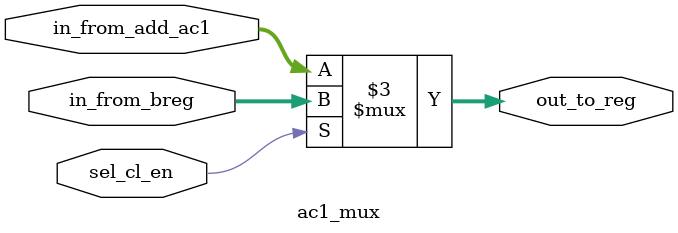
<source format=sv>
`timescale 1ns/1ns


//18/02/2019 reduced parallelism

module ac1_mux 
  #(parameter M = 16) 
  (input [$clog2(M):0] in_from_add_ac1,
   input [$clog2(M):0] in_from_breg,
   input sel_cl_en,
   output reg [$clog2(M):0] out_to_reg);
	
always_comb 
  begin
	if (sel_cl_en) begin
		out_to_reg <= in_from_breg;
	end else begin
		out_to_reg <= in_from_add_ac1;
	end
end

endmodule 
</source>
